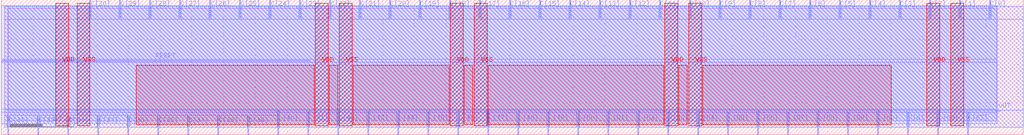
<source format=lef>
VERSION 5.7 ;
  NOWIREEXTENSIONATPIN ON ;
  DIVIDERCHAR "/" ;
  BUSBITCHARS "[]" ;
MACRO BR64
  CLASS BLOCK ;
  FOREIGN BR64 ;
  ORIGIN 0.000 0.000 ;
  SIZE 321.720 BY 42.490 ;
  PIN OUT
    PORT
      LAYER met1 ;
        RECT 313.255 7.370 314.475 7.760 ;
    END
  END OUT
  PIN VDD
    DIRECTION INOUT ;
    USE POWER ;
    PORT
      LAYER met4 ;
        RECT 17.155 2.795 21.185 41.325 ;
    END
    PORT
      LAYER met4 ;
        RECT 98.870 2.800 102.900 41.330 ;
    END
    PORT
      LAYER met4 ;
        RECT 141.370 2.800 145.400 41.330 ;
    END
    PORT
      LAYER met4 ;
        RECT 208.870 2.800 212.900 41.330 ;
    END
    PORT
      LAYER met4 ;
        RECT 291.370 2.800 295.400 41.330 ;
    END
  END VDD
  PIN VSS
    DIRECTION INOUT ;
    USE GROUND ;
    PORT
      LAYER met4 ;
        RECT 23.870 2.800 27.900 41.330 ;
    END
    PORT
      LAYER met4 ;
        RECT 106.370 2.800 110.400 41.330 ;
    END
    PORT
      LAYER met4 ;
        RECT 148.870 2.800 152.900 41.330 ;
    END
    PORT
      LAYER met4 ;
        RECT 216.370 2.800 220.400 41.330 ;
    END
    PORT
      LAYER met4 ;
        RECT 298.870 2.800 302.900 41.330 ;
    END
  END VSS
  PIN RESET
    PORT
      LAYER met1 ;
        RECT 0.000 23.130 96.920 23.450 ;
    END
  END RESET
  PIN C[0]
    PORT
      LAYER met2 ;
        RECT 311.045 36.710 311.265 42.490 ;
    END
  END C[0]
  PIN C[1]
    PORT
      LAYER met2 ;
        RECT 301.605 36.710 301.825 42.490 ;
    END
  END C[1]
  PIN C[2]
    PORT
      LAYER met2 ;
        RECT 292.165 36.710 292.385 42.490 ;
    END
  END C[2]
  PIN C[3]
    PORT
      LAYER met2 ;
        RECT 282.725 36.710 282.945 42.490 ;
    END
  END C[3]
  PIN C[4]
    PORT
      LAYER met2 ;
        RECT 273.285 36.710 273.505 42.490 ;
    END
  END C[4]
  PIN C[5]
    PORT
      LAYER met2 ;
        RECT 263.845 36.710 264.065 42.490 ;
    END
  END C[5]
  PIN C[6]
    PORT
      LAYER met2 ;
        RECT 254.405 36.710 254.625 42.490 ;
    END
  END C[6]
  PIN C[7]
    PORT
      LAYER met2 ;
        RECT 244.965 36.710 245.185 42.490 ;
    END
  END C[7]
  PIN C[8]
    PORT
      LAYER met2 ;
        RECT 235.525 36.710 235.745 42.490 ;
    END
  END C[8]
  PIN C[9]
    PORT
      LAYER met2 ;
        RECT 226.085 36.710 226.305 42.490 ;
    END
  END C[9]
  PIN C[10]
    PORT
      LAYER met2 ;
        RECT 216.645 36.710 216.865 42.490 ;
    END
  END C[10]
  PIN C[11]
    PORT
      LAYER met2 ;
        RECT 207.205 36.710 207.425 42.490 ;
    END
  END C[11]
  PIN C[12]
    PORT
      LAYER met2 ;
        RECT 197.765 36.710 197.985 42.490 ;
    END
  END C[12]
  PIN C[13]
    PORT
      LAYER met2 ;
        RECT 188.325 36.710 188.545 42.490 ;
    END
  END C[13]
  PIN C[14]
    PORT
      LAYER met2 ;
        RECT 178.885 36.710 179.105 42.490 ;
    END
  END C[14]
  PIN C[15]
    PORT
      LAYER met2 ;
        RECT 169.445 36.710 169.665 42.490 ;
    END
  END C[15]
  PIN C[16]
    PORT
      LAYER met2 ;
        RECT 160.005 36.710 160.225 42.490 ;
    END
  END C[16]
  PIN C[17]
    PORT
      LAYER met2 ;
        RECT 150.565 36.710 150.785 42.490 ;
    END
  END C[17]
  PIN C[18]
    PORT
      LAYER met2 ;
        RECT 141.125 36.710 141.345 42.490 ;
    END
  END C[18]
  PIN C[19]
    PORT
      LAYER met2 ;
        RECT 131.685 36.710 131.905 42.490 ;
    END
  END C[19]
  PIN C[20]
    PORT
      LAYER met2 ;
        RECT 122.245 36.710 122.465 42.490 ;
    END
  END C[20]
  PIN C[21]
    PORT
      LAYER met2 ;
        RECT 112.805 36.710 113.025 42.490 ;
    END
  END C[21]
  PIN C[22]
    PORT
      LAYER met2 ;
        RECT 103.365 36.710 103.585 42.490 ;
    END
  END C[22]
  PIN C[23]
    PORT
      LAYER met2 ;
        RECT 93.925 36.710 94.145 42.490 ;
    END
  END C[23]
  PIN C[24]
    PORT
      LAYER met2 ;
        RECT 84.485 36.710 84.705 42.490 ;
    END
  END C[24]
  PIN C[25]
    PORT
      LAYER met2 ;
        RECT 75.045 36.710 75.265 42.490 ;
    END
  END C[25]
  PIN C[26]
    PORT
      LAYER met2 ;
        RECT 65.605 36.710 65.825 42.490 ;
    END
  END C[26]
  PIN C[27]
    PORT
      LAYER met2 ;
        RECT 56.165 36.710 56.385 42.490 ;
    END
  END C[27]
  PIN C[28]
    PORT
      LAYER met2 ;
        RECT 46.725 36.710 46.945 42.490 ;
    END
  END C[28]
  PIN C[29]
    PORT
      LAYER met2 ;
        RECT 37.285 36.710 37.505 42.490 ;
    END
  END C[29]
  PIN C[30]
    PORT
      LAYER met2 ;
        RECT 27.845 36.710 28.065 42.490 ;
    END
  END C[30]
  PIN C[31]
    PORT
      LAYER met2 ;
        RECT 2.110 0.110 2.335 5.840 ;
    END
  END C[31]
  PIN C[32]
    PORT
      LAYER met2 ;
        RECT 11.550 0.110 11.775 5.840 ;
    END
  END C[32]
  PIN C[33]
    PORT
      LAYER met2 ;
        RECT 20.990 0.110 21.215 5.840 ;
    END
  END C[33]
  PIN C[34]
    PORT
      LAYER met2 ;
        RECT 30.430 0.110 30.655 5.840 ;
    END
  END C[34]
  PIN C[35]
    PORT
      LAYER met2 ;
        RECT 39.870 0.110 40.095 5.840 ;
    END
  END C[35]
  PIN C[36]
    PORT
      LAYER met2 ;
        RECT 49.310 0.110 49.535 5.840 ;
    END
  END C[36]
  PIN C[37]
    PORT
      LAYER met2 ;
        RECT 58.750 0.110 58.975 5.840 ;
    END
  END C[37]
  PIN C[38]
    PORT
      LAYER met2 ;
        RECT 68.190 0.110 68.415 5.840 ;
    END
  END C[38]
  PIN C[39]
    PORT
      LAYER met2 ;
        RECT 77.630 0.110 77.855 5.840 ;
    END
  END C[39]
  PIN C[40]
    PORT
      LAYER met2 ;
        RECT 87.070 0.110 87.295 7.430 ;
    END
  END C[40]
  PIN C[41]
    PORT
      LAYER met2 ;
        RECT 96.510 0.110 96.735 7.430 ;
    END
  END C[41]
  PIN C[42]
    PORT
      LAYER met2 ;
        RECT 105.950 0.110 106.175 7.430 ;
    END
  END C[42]
  PIN C[43]
    PORT
      LAYER met2 ;
        RECT 115.390 0.110 115.615 7.430 ;
    END
  END C[43]
  PIN C[44]
    PORT
      LAYER met2 ;
        RECT 124.830 0.110 125.055 7.430 ;
    END
  END C[44]
  PIN C[45]
    PORT
      LAYER met2 ;
        RECT 134.270 0.110 134.495 7.430 ;
    END
  END C[45]
  PIN C[46]
    PORT
      LAYER met2 ;
        RECT 143.710 0.110 143.935 7.430 ;
    END
  END C[46]
  PIN C[47]
    PORT
      LAYER met2 ;
        RECT 153.150 0.110 153.375 7.430 ;
    END
  END C[47]
  PIN C[48]
    PORT
      LAYER met2 ;
        RECT 162.590 0.110 162.815 7.430 ;
    END
  END C[48]
  PIN C[49]
    PORT
      LAYER met2 ;
        RECT 172.030 0.110 172.255 7.430 ;
    END
  END C[49]
  PIN C[50]
    PORT
      LAYER met2 ;
        RECT 181.470 0.110 181.695 7.430 ;
    END
  END C[50]
  PIN C[51]
    PORT
      LAYER met2 ;
        RECT 190.910 0.110 191.135 7.430 ;
    END
  END C[51]
  PIN C[52]
    PORT
      LAYER met2 ;
        RECT 200.350 0.110 200.575 7.430 ;
    END
  END C[52]
  PIN C[53]
    PORT
      LAYER met2 ;
        RECT 209.790 0.110 210.015 7.430 ;
    END
  END C[53]
  PIN C[54]
    PORT
      LAYER met2 ;
        RECT 219.230 0.110 219.455 7.430 ;
    END
  END C[54]
  PIN C[55]
    PORT
      LAYER met2 ;
        RECT 228.670 0.110 228.895 7.430 ;
    END
  END C[55]
  PIN C[56]
    PORT
      LAYER met2 ;
        RECT 238.110 0.110 238.335 7.430 ;
    END
  END C[56]
  PIN C[57]
    PORT
      LAYER met2 ;
        RECT 247.550 0.110 247.775 7.430 ;
    END
  END C[57]
  PIN C[58]
    PORT
      LAYER met2 ;
        RECT 256.990 0.110 257.215 7.430 ;
    END
  END C[58]
  PIN C[59]
    PORT
      LAYER met2 ;
        RECT 266.430 0.110 266.655 7.430 ;
    END
  END C[59]
  PIN C[60]
    PORT
      LAYER met2 ;
        RECT 275.870 0.110 276.095 7.430 ;
    END
  END C[60]
  PIN C[61]
    PORT
      LAYER met2 ;
        RECT 285.310 0.110 285.535 7.430 ;
    END
  END C[61]
  PIN C[62]
    PORT
      LAYER met2 ;
        RECT 294.750 0.110 294.975 7.430 ;
    END
  END C[62]
  PIN C[63]
    PORT
      LAYER met2 ;
        RECT 304.135 0.000 304.415 7.430 ;
    END
  END C[63]
  OBS
      LAYER li1 ;
        RECT 2.215 4.330 313.325 39.810 ;
      LAYER met1 ;
        RECT 0.005 23.730 313.515 40.670 ;
        RECT 97.200 22.850 313.515 23.730 ;
        RECT 0.005 8.040 313.515 22.850 ;
        RECT 0.005 7.090 312.975 8.040 ;
        RECT 0.005 3.470 313.515 7.090 ;
      LAYER met2 ;
        RECT 1.040 36.430 27.565 40.420 ;
        RECT 28.345 36.430 37.005 40.420 ;
        RECT 37.785 36.430 46.445 40.420 ;
        RECT 47.225 36.430 55.885 40.420 ;
        RECT 56.665 36.430 65.325 40.420 ;
        RECT 66.105 36.430 74.765 40.420 ;
        RECT 75.545 36.430 84.205 40.420 ;
        RECT 84.985 36.430 93.645 40.420 ;
        RECT 94.425 36.430 103.085 40.420 ;
        RECT 103.865 36.430 112.525 40.420 ;
        RECT 113.305 36.430 121.965 40.420 ;
        RECT 122.745 36.430 131.405 40.420 ;
        RECT 132.185 36.430 140.845 40.420 ;
        RECT 141.625 36.430 150.285 40.420 ;
        RECT 151.065 36.430 159.725 40.420 ;
        RECT 160.505 36.430 169.165 40.420 ;
        RECT 169.945 36.430 178.605 40.420 ;
        RECT 179.385 36.430 188.045 40.420 ;
        RECT 188.825 36.430 197.485 40.420 ;
        RECT 198.265 36.430 206.925 40.420 ;
        RECT 207.705 36.430 216.365 40.420 ;
        RECT 217.145 36.430 225.805 40.420 ;
        RECT 226.585 36.430 235.245 40.420 ;
        RECT 236.025 36.430 244.685 40.420 ;
        RECT 245.465 36.430 254.125 40.420 ;
        RECT 254.905 36.430 263.565 40.420 ;
        RECT 264.345 36.430 273.005 40.420 ;
        RECT 273.785 36.430 282.445 40.420 ;
        RECT 283.225 36.430 291.885 40.420 ;
        RECT 292.665 36.430 301.325 40.420 ;
        RECT 302.105 36.430 310.765 40.420 ;
        RECT 311.545 36.430 321.720 40.420 ;
        RECT 1.040 7.710 321.720 36.430 ;
        RECT 1.040 6.120 86.790 7.710 ;
        RECT 1.040 2.340 1.830 6.120 ;
        RECT 2.615 2.340 11.270 6.120 ;
        RECT 12.055 2.340 20.710 6.120 ;
        RECT 21.495 2.340 30.150 6.120 ;
        RECT 30.935 2.340 39.590 6.120 ;
        RECT 40.375 2.340 49.030 6.120 ;
        RECT 49.815 2.340 58.470 6.120 ;
        RECT 59.255 2.340 67.910 6.120 ;
        RECT 68.695 2.340 77.350 6.120 ;
        RECT 78.135 2.340 86.790 6.120 ;
        RECT 87.575 2.340 96.230 7.710 ;
        RECT 97.015 2.340 105.670 7.710 ;
        RECT 106.455 2.340 115.110 7.710 ;
        RECT 115.895 2.340 124.550 7.710 ;
        RECT 125.335 2.340 133.990 7.710 ;
        RECT 134.775 2.340 143.430 7.710 ;
        RECT 144.215 2.340 152.870 7.710 ;
        RECT 153.655 2.340 162.310 7.710 ;
        RECT 163.095 2.340 171.750 7.710 ;
        RECT 172.535 2.340 181.190 7.710 ;
        RECT 181.975 2.340 190.630 7.710 ;
        RECT 191.415 2.340 200.070 7.710 ;
        RECT 200.855 2.340 209.510 7.710 ;
        RECT 210.295 2.340 218.950 7.710 ;
        RECT 219.735 2.340 228.390 7.710 ;
        RECT 229.175 2.340 237.830 7.710 ;
        RECT 238.615 2.340 247.270 7.710 ;
        RECT 248.055 2.340 256.710 7.710 ;
        RECT 257.495 2.340 266.150 7.710 ;
        RECT 266.935 2.340 275.590 7.710 ;
        RECT 276.375 2.340 285.030 7.710 ;
        RECT 285.815 2.340 294.470 7.710 ;
        RECT 295.255 2.340 303.855 7.710 ;
        RECT 304.695 2.340 321.720 7.710 ;
      LAYER met3 ;
        RECT 2.015 3.465 313.515 40.675 ;
      LAYER met4 ;
        RECT 42.525 3.180 98.470 21.920 ;
        RECT 103.300 3.180 105.970 21.920 ;
        RECT 110.800 3.180 140.970 21.920 ;
        RECT 145.800 3.180 148.470 21.920 ;
        RECT 153.300 3.180 208.470 21.920 ;
        RECT 213.300 3.180 215.970 21.920 ;
        RECT 220.800 3.180 280.135 21.920 ;
  END
END BR64
END LIBRARY


</source>
